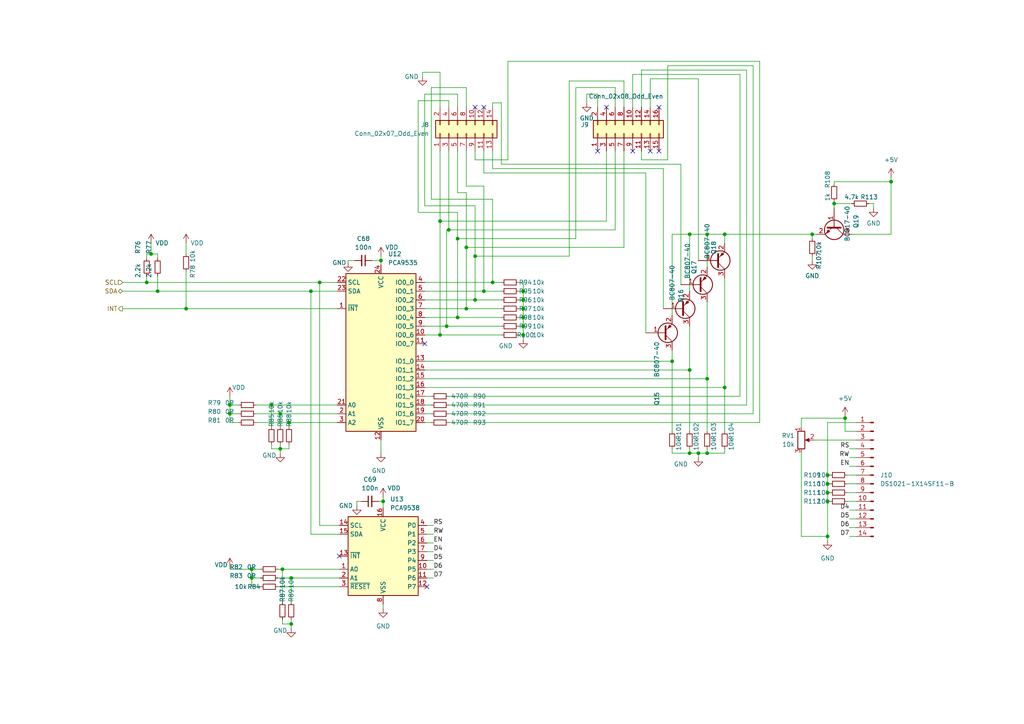
<source format=kicad_sch>
(kicad_sch (version 20231120) (generator "eeschema") (generator_version "8.0")
  (paper "A4")
  (lib_symbols
    (symbol "Connector:Conn_01x14_Male" (pin_names (offset 1.016) hide)
      (property "Reference" "J" (at 0 17.78 0))
      (property "Value" "Conn_01x14_Male" (at 0 -20.32 0))
      (symbol "Conn_01x14_Male_1_1"
        (pin passive line (at 5.08 15.24 180) (length 3.81) (name "Pin_1") (number "1"))
        (pin passive line (at 5.08 -7.62 180) (length 3.81) (name "Pin_10") (number "10"))
        (pin passive line (at 5.08 -10.16 180) (length 3.81) (name "Pin_11") (number "11"))
        (pin passive line (at 5.08 -12.7 180) (length 3.81) (name "Pin_12") (number "12"))
        (pin passive line (at 5.08 -15.24 180) (length 3.81) (name "Pin_13") (number "13"))
        (pin passive line (at 5.08 -17.78 180) (length 3.81) (name "Pin_14") (number "14"))
        (pin passive line (at 5.08 12.7 180) (length 3.81) (name "Pin_2") (number "2"))
        (pin passive line (at 5.08 10.16 180) (length 3.81) (name "Pin_3") (number "3"))
        (pin passive line (at 5.08 7.62 180) (length 3.81) (name "Pin_4") (number "4"))
        (pin passive line (at 5.08 5.08 180) (length 3.81) (name "Pin_5") (number "5"))
        (pin passive line (at 5.08 2.54 180) (length 3.81) (name "Pin_6") (number "6"))
        (pin passive line (at 5.08 0 180) (length 3.81) (name "Pin_7") (number "7"))
        (pin passive line (at 5.08 -2.54 180) (length 3.81) (name "Pin_8") (number "8"))
        (pin passive line (at 5.08 -5.08 180) (length 3.81) (name "Pin_9") (number "9"))
      )
    )
    (symbol "Connector_Generic:Conn_02x07_Odd_Even" (pin_names (offset 1.016) hide)
      (property "Reference" "J" (at 1.27 10.16 0))
      (property "Value" "Conn_02x07_Odd_Even" (at 1.27 -10.16 0))
      (symbol "Conn_02x07_Odd_Even_1_1"
        (pin passive line (at -5.08 7.62 0) (length 3.81) (name "Pin_1") (number "1"))
        (pin passive line (at 7.62 -2.54 180) (length 3.81) (name "Pin_10") (number "10"))
        (pin passive line (at -5.08 -5.08 0) (length 3.81) (name "Pin_11") (number "11"))
        (pin passive line (at 7.62 -5.08 180) (length 3.81) (name "Pin_12") (number "12"))
        (pin passive line (at -5.08 -7.62 0) (length 3.81) (name "Pin_13") (number "13"))
        (pin passive line (at 7.62 -7.62 180) (length 3.81) (name "Pin_14") (number "14"))
        (pin passive line (at 7.62 7.62 180) (length 3.81) (name "Pin_2") (number "2"))
        (pin passive line (at -5.08 5.08 0) (length 3.81) (name "Pin_3") (number "3"))
        (pin passive line (at 7.62 5.08 180) (length 3.81) (name "Pin_4") (number "4"))
        (pin passive line (at -5.08 2.54 0) (length 3.81) (name "Pin_5") (number "5"))
        (pin passive line (at 7.62 2.54 180) (length 3.81) (name "Pin_6") (number "6"))
        (pin passive line (at -5.08 0 0) (length 3.81) (name "Pin_7") (number "7"))
        (pin passive line (at 7.62 0 180) (length 3.81) (name "Pin_8") (number "8"))
        (pin passive line (at -5.08 -2.54 0) (length 3.81) (name "Pin_9") (number "9"))
      )
    )
    (symbol "Connector_Generic:Conn_02x08_Odd_Even" (pin_names (offset 1.016) hide)
      (property "Reference" "J" (at 1.27 10.16 0))
      (property "Value" "Conn_02x08_Odd_Even" (at 1.27 -12.7 0))
      (symbol "Conn_02x08_Odd_Even_1_1"
        (pin passive line (at -5.08 7.62 0) (length 3.81) (name "Pin_1") (number "1"))
        (pin passive line (at 7.62 -2.54 180) (length 3.81) (name "Pin_10") (number "10"))
        (pin passive line (at -5.08 -5.08 0) (length 3.81) (name "Pin_11") (number "11"))
        (pin passive line (at 7.62 -5.08 180) (length 3.81) (name "Pin_12") (number "12"))
        (pin passive line (at -5.08 -7.62 0) (length 3.81) (name "Pin_13") (number "13"))
        (pin passive line (at 7.62 -7.62 180) (length 3.81) (name "Pin_14") (number "14"))
        (pin passive line (at -5.08 -10.16 0) (length 3.81) (name "Pin_15") (number "15"))
        (pin passive line (at 7.62 -10.16 180) (length 3.81) (name "Pin_16") (number "16"))
        (pin passive line (at 7.62 7.62 180) (length 3.81) (name "Pin_2") (number "2"))
        (pin passive line (at -5.08 5.08 0) (length 3.81) (name "Pin_3") (number "3"))
        (pin passive line (at 7.62 5.08 180) (length 3.81) (name "Pin_4") (number "4"))
        (pin passive line (at -5.08 2.54 0) (length 3.81) (name "Pin_5") (number "5"))
        (pin passive line (at 7.62 2.54 180) (length 3.81) (name "Pin_6") (number "6"))
        (pin passive line (at -5.08 0 0) (length 3.81) (name "Pin_7") (number "7"))
        (pin passive line (at 7.62 0 180) (length 3.81) (name "Pin_8") (number "8"))
        (pin passive line (at -5.08 -2.54 0) (length 3.81) (name "Pin_9") (number "9"))
      )
    )
    (symbol "Device:C_Small" (pin_numbers hide) (pin_names (offset 0.254) hide)
      (property "Reference" "C" (at 0.254 1.778 0))
      (property "Value" "C_Small" (at 0.254 -2.032 0))
      (symbol "C_Small_1_1"
        (pin passive line (at 0 2.54 270) (length 2.032) (name "~") (number "1"))
        (pin passive line (at 0 -2.54 90) (length 2.032) (name "~") (number "2"))
      )
    )
    (symbol "Device:Q_PNP_BEC" (pin_names (offset 0) hide)
      (property "Reference" "Q" (at 5.08 1.27 0))
      (property "Value" "Q_PNP_BEC" (at 5.08 -1.27 0))
      (symbol "Q_PNP_BEC_1_1"
        (pin input line (at -5.08 0 0) (length 5.715) (name "B") (number "1"))
        (pin passive line (at 2.54 -5.08 90) (length 2.54) (name "E") (number "2"))
        (pin passive line (at 2.54 5.08 270) (length 2.54) (name "C") (number "3"))
      )
    )
    (symbol "Device:R_Potentiometer" (pin_names (offset 1.016) hide)
      (property "Reference" "RV" (at -4.445 0 90))
      (property "Value" "R_Potentiometer" (at -2.54 0 90))
      (symbol "R_Potentiometer_1_1"
        (pin passive line (at 0 3.81 270) (length 1.27) (name "1") (number "1"))
        (pin passive line (at 3.81 0 180) (length 1.27) (name "2") (number "2"))
        (pin passive line (at 0 -3.81 90) (length 1.27) (name "3") (number "3"))
      )
    )
    (symbol "Device:R_Small" (pin_numbers hide) (pin_names (offset 0.254) hide)
      (property "Reference" "R" (at 0.762 0.508 0))
      (property "Value" "R_Small" (at 0.762 -1.016 0))
      (symbol "R_Small_1_1"
        (pin passive line (at 0 2.54 270) (length 0.762) (name "~") (number "1"))
        (pin passive line (at 0 -2.54 90) (length 0.762) (name "~") (number "2"))
      )
    )
    (symbol "Transistor_BJT:BC817" (pin_names (offset 0) hide)
      (property "Reference" "Q" (at 5.08 1.905 0))
      (property "Value" "BC817" (at 5.08 0 0))
      (symbol "BC817_1_1"
        (pin input line (at -5.08 0 0) (length 5.715) (name "B") (number "1"))
        (pin passive line (at 2.54 -5.08 90) (length 2.54) (name "E") (number "2"))
        (pin passive line (at 2.54 5.08 270) (length 2.54) (name "C") (number "3"))
      )
    )
    (symbol "expander:PCA9535"
      (property "Reference" "U" (at 13.97 24.13 0))
      (property "Value" "PCA9535" (at 13.97 26.67 0))
      (symbol "PCA9535_1_1"
        (pin open_collector line (at -12.7 12.7 0) (length 2.54) (name "~{INT}") (number "1"))
        (pin bidirectional line (at 12.7 5.08 180) (length 2.54) (name "IO0_6") (number "10"))
        (pin bidirectional line (at 12.7 2.54 180) (length 2.54) (name "IO0_7") (number "11"))
        (pin power_in line (at 0 -25.4 90) (length 2.54) (name "VSS") (number "12"))
        (pin bidirectional line (at 12.7 -2.54 180) (length 2.54) (name "IO1_0") (number "13"))
        (pin bidirectional line (at 12.7 -5.08 180) (length 2.54) (name "IO1_1") (number "14"))
        (pin bidirectional line (at 12.7 -7.62 180) (length 2.54) (name "IO1_2") (number "15"))
        (pin bidirectional line (at 12.7 -10.16 180) (length 2.54) (name "IO1_3") (number "16"))
        (pin bidirectional line (at 12.7 -12.7 180) (length 2.54) (name "IO1_4") (number "17"))
        (pin bidirectional line (at 12.7 -15.24 180) (length 2.54) (name "IO1_5") (number "18"))
        (pin bidirectional line (at 12.7 -17.78 180) (length 2.54) (name "IO1_6") (number "19"))
        (pin input line (at -12.7 -17.78 0) (length 2.54) (name "A1") (number "2"))
        (pin bidirectional line (at 12.7 -20.32 180) (length 2.54) (name "IO1_7") (number "20"))
        (pin input line (at -12.7 -15.24 0) (length 2.54) (name "A0") (number "21"))
        (pin input line (at -12.7 20.32 0) (length 2.54) (name "SCL") (number "22"))
        (pin bidirectional line (at -12.7 17.78 0) (length 2.54) (name "SDA") (number "23"))
        (pin power_in line (at 0 25.4 270) (length 2.54) (name "VCC") (number "24"))
        (pin input line (at -12.7 -20.32 0) (length 2.54) (name "A2") (number "3"))
        (pin bidirectional line (at 12.7 20.32 180) (length 2.54) (name "IO0_0") (number "4"))
        (pin bidirectional line (at 12.7 17.78 180) (length 2.54) (name "IO0_1") (number "5"))
        (pin bidirectional line (at 12.7 15.24 180) (length 2.54) (name "IO0_2") (number "6"))
        (pin bidirectional line (at 12.7 12.7 180) (length 2.54) (name "IO0_3") (number "7"))
        (pin bidirectional line (at 12.7 10.16 180) (length 2.54) (name "IO0_4") (number "8"))
        (pin bidirectional line (at 12.7 7.62 180) (length 2.54) (name "IO0_5") (number "9"))
      )
    )
    (symbol "expander:PCA9538"
      (property "Reference" "U" (at 12.7 12.7 0))
      (property "Value" "PCA9538" (at 12.7 15.24 0))
      (symbol "PCA9538_1_1"
        (pin input line (at -12.7 -3.81 0) (length 2.54) (name "A0") (number "1"))
        (pin bidirectional line (at 12.7 -3.81 180) (length 2.54) (name "P5") (number "10"))
        (pin bidirectional line (at 12.7 -6.35 180) (length 2.54) (name "P6") (number "11"))
        (pin bidirectional line (at 12.7 -8.89 180) (length 2.54) (name "P7") (number "12"))
        (pin open_collector line (at -12.7 0 0) (length 2.54) (name "~{INT}") (number "13"))
        (pin input line (at -12.7 8.89 0) (length 2.54) (name "SCL") (number "14"))
        (pin bidirectional line (at -12.7 6.35 0) (length 2.54) (name "SDA") (number "15"))
        (pin power_in line (at 0 13.97 270) (length 2.54) (name "VCC") (number "16"))
        (pin input line (at -12.7 -6.35 0) (length 2.54) (name "A1") (number "2"))
        (pin input line (at -12.7 -8.89 0) (length 2.54) (name "~{RESET}") (number "3"))
        (pin bidirectional line (at 12.7 8.89 180) (length 2.54) (name "P0") (number "4"))
        (pin bidirectional line (at 12.7 6.35 180) (length 2.54) (name "P1") (number "5"))
        (pin bidirectional line (at 12.7 3.81 180) (length 2.54) (name "P2") (number "6"))
        (pin bidirectional line (at 12.7 1.27 180) (length 2.54) (name "P3") (number "7"))
        (pin power_in line (at 0 -13.97 90) (length 2.54) (name "VSS") (number "8"))
        (pin bidirectional line (at 12.7 -1.27 180) (length 2.54) (name "P4") (number "9"))
      )
    )
    (symbol "power:+5V" (power) (pin_names (offset 0))
      (property "Value" "+5V" (at 0 3.556 0))
      (symbol "+5V_1_1"
        (pin power_in line (at 0 0 90) (length 0) hide (name "+5V") (number "1"))
      )
    )
    (symbol "power:GND" (power) (pin_names (offset 0))
      (property "Value" "GND" (at 0 -3.81 0))
      (symbol "GND_1_1"
        (pin power_in line (at 0 0 270) (length 0) hide (name "GND") (number "1"))
      )
    )
    (symbol "power:VDD" (power) (pin_names (offset 0))
      (property "Value" "VDD" (at 0 3.81 0))
      (symbol "VDD_1_1"
        (pin power_in line (at 0 0 90) (length 0) hide (name "VDD") (number "1"))
      )
    )
  )
  (junction (at 202.565 131.445))
  (junction (at 240.03 137.795))
  (junction (at 111.125 145.415))
  (junction (at 210.185 112.395))
  (junction (at 127.635 64.135))
  (junction (at 73.025 167.64))
  (junction (at 151.765 84.455))
  (junction (at 81.28 130.175))
  (junction (at 200.025 131.445))
  (junction (at 240.03 142.875))
  (junction (at 135.255 89.535))
  (junction (at 132.715 92.075))
  (junction (at 200.025 107.315))
  (junction (at 240.03 140.335))
  (junction (at 110.49 75.565))
  (junction (at 205.105 67.945))
  (junction (at 127.635 97.155))
  (junction (at 151.765 94.615))
  (junction (at 240.03 155.575))
  (junction (at 81.915 165.1))
  (junction (at 210.185 67.945))
  (junction (at 66.675 120.015))
  (junction (at 129.54 94.615))
  (junction (at 83.82 122.555))
  (junction (at 142.875 81.915))
  (junction (at 90.17 84.455))
  (junction (at 151.765 92.075))
  (junction (at 151.765 97.155))
  (junction (at 241.935 59.055))
  (junction (at 130.175 66.675))
  (junction (at 140.335 84.455))
  (junction (at 235.585 67.945))
  (junction (at 200.025 67.945))
  (junction (at 194.945 104.775))
  (junction (at 151.765 89.535))
  (junction (at 92.71 81.915))
  (junction (at 132.715 69.215))
  (junction (at 73.025 165.1))
  (junction (at 42.545 81.915))
  (junction (at 205.105 131.445))
  (junction (at 53.975 89.535))
  (junction (at 84.455 180.975))
  (junction (at 240.03 145.415))
  (junction (at 78.74 117.475))
  (junction (at 84.455 167.64))
  (junction (at 45.72 84.455))
  (junction (at 137.795 86.995))
  (junction (at 205.105 109.855))
  (junction (at 81.28 120.015))
  (junction (at 151.765 86.995))
  (junction (at 137.795 74.295))
  (junction (at 258.445 52.705))
  (junction (at 43.815 73.66))
  (junction (at 66.675 117.475))
  (junction (at 245.11 121.285))
  (junction (at 135.255 71.755))
  (no_connect (at 191.135 31.115))
  (no_connect (at 140.335 31.115))
  (no_connect (at 123.825 170.18))
  (no_connect (at 183.515 43.815))
  (no_connect (at 188.595 43.815))
  (no_connect (at 191.135 43.815))
  (no_connect (at 173.355 43.815))
  (no_connect (at 123.19 99.695))
  (no_connect (at 137.795 31.115))
  (no_connect (at 98.425 161.29))
  (no_connect (at 175.895 31.115))
  (wire (pts (xy 129.54 66.675) (xy 129.54 94.615)))
  (wire (pts (xy 246.38 155.575) (xy 248.285 155.575)))
  (wire (pts (xy 84.455 180.975) (xy 84.455 182.245)))
  (wire (pts (xy 42.545 80.01) (xy 42.545 81.915)))
  (wire (pts (xy 140.335 84.455) (xy 145.415 84.455)))
  (wire (pts (xy 247.015 67.945) (xy 258.445 67.945)))
  (wire (pts (xy 122.555 22.225) (xy 122.555 20.955)))
  (wire (pts (xy 147.32 46.355) (xy 137.795 46.355)))
  (wire (pts (xy 103.505 145.415) (xy 103.505 146.685)))
  (wire (pts (xy 188.595 22.86) (xy 202.565 22.86)))
  (wire (pts (xy 35.56 81.915) (xy 42.545 81.915)))
  (wire (pts (xy 180.975 31.115) (xy 180.975 23.495)))
  (wire (pts (xy 73.025 167.64) (xy 73.025 165.1)))
  (wire (pts (xy 194.945 67.945) (xy 200.025 67.945)))
  (wire (pts (xy 150.495 81.915) (xy 151.765 81.915)))
  (wire (pts (xy 170.18 27.305) (xy 173.355 27.305)))
  (wire (pts (xy 137.795 86.995) (xy 145.415 86.995)))
  (wire (pts (xy 200.025 84.455) (xy 200.025 67.945)))
  (wire (pts (xy 235.585 67.945) (xy 236.855 67.945)))
  (wire (pts (xy 123.19 86.995) (xy 137.795 86.995)))
  (wire (pts (xy 73.025 165.1) (xy 66.675 165.1)))
  (wire (pts (xy 200.025 130.175) (xy 200.025 131.445)))
  (wire (pts (xy 122.555 20.955) (xy 127.635 20.955)))
  (wire (pts (xy 192.405 48.895) (xy 192.405 89.535)))
  (wire (pts (xy 74.295 120.015) (xy 81.28 120.015)))
  (wire (pts (xy 210.185 131.445) (xy 210.185 130.175)))
  (wire (pts (xy 135.255 71.755) (xy 135.255 89.535)))
  (wire (pts (xy 132.715 55.88) (xy 135.255 55.88)))
  (wire (pts (xy 123.19 94.615) (xy 129.54 94.615)))
  (wire (pts (xy 78.74 117.475) (xy 78.74 123.825)))
  (wire (pts (xy 194.945 91.44) (xy 194.945 67.945)))
  (wire (pts (xy 245.11 120.65) (xy 245.11 121.285)))
  (wire (pts (xy 111.125 144.145) (xy 111.125 145.415)))
  (wire (pts (xy 123.825 167.64) (xy 125.73 167.64)))
  (wire (pts (xy 145.415 29.845) (xy 145.415 47.625)))
  (wire (pts (xy 125.095 25.4) (xy 135.255 25.4)))
  (wire (pts (xy 132.715 61.595) (xy 121.285 61.595)))
  (wire (pts (xy 142.875 43.815) (xy 142.875 48.895)))
  (wire (pts (xy 150.495 94.615) (xy 151.765 94.615)))
  (wire (pts (xy 178.435 31.115) (xy 178.435 25.4)))
  (wire (pts (xy 135.255 25.4) (xy 135.255 31.115)))
  (wire (pts (xy 69.215 120.015) (xy 66.675 120.015)))
  (wire (pts (xy 194.945 130.175) (xy 194.945 131.445)))
  (wire (pts (xy 74.295 122.555) (xy 83.82 122.555)))
  (wire (pts (xy 42.545 74.93) (xy 42.545 73.66)))
  (wire (pts (xy 240.03 145.415) (xy 240.03 142.875)))
  (wire (pts (xy 142.875 31.115) (xy 142.875 29.845)))
  (wire (pts (xy 75.565 170.18) (xy 73.025 170.18)))
  (wire (pts (xy 145.415 47.625) (xy 197.485 47.625)))
  (wire (pts (xy 84.455 167.64) (xy 84.455 174.625)))
  (wire (pts (xy 151.765 92.075) (xy 151.765 94.615)))
  (wire (pts (xy 81.28 130.175) (xy 81.28 131.445)))
  (wire (pts (xy 218.44 120.015) (xy 218.44 19.05)))
  (wire (pts (xy 241.935 52.705) (xy 258.445 52.705)))
  (wire (pts (xy 78.74 130.175) (xy 81.28 130.175)))
  (wire (pts (xy 142.875 57.785) (xy 142.875 81.915)))
  (wire (pts (xy 200.025 131.445) (xy 202.565 131.445)))
  (wire (pts (xy 253.365 59.055) (xy 253.365 60.325)))
  (wire (pts (xy 83.82 130.175) (xy 81.28 130.175)))
  (wire (pts (xy 246.38 153.035) (xy 248.285 153.035)))
  (wire (pts (xy 194.945 104.775) (xy 194.945 125.095)))
  (wire (pts (xy 123.825 165.1) (xy 125.73 165.1)))
  (wire (pts (xy 202.565 131.445) (xy 205.105 131.445)))
  (wire (pts (xy 81.28 128.905) (xy 81.28 130.175)))
  (wire (pts (xy 210.185 67.945) (xy 210.185 70.485)))
  (wire (pts (xy 245.11 125.095) (xy 248.285 125.095)))
  (wire (pts (xy 123.19 81.915) (xy 142.875 81.915)))
  (wire (pts (xy 42.545 73.66) (xy 43.815 73.66)))
  (wire (pts (xy 123.19 59.69) (xy 123.19 27.305)))
  (wire (pts (xy 246.38 130.175) (xy 248.285 130.175)))
  (wire (pts (xy 188.595 31.115) (xy 188.595 22.86)))
  (wire (pts (xy 186.055 20.32) (xy 216.535 20.32)))
  (wire (pts (xy 140.335 53.975) (xy 140.335 84.455)))
  (wire (pts (xy 83.82 128.905) (xy 83.82 130.175)))
  (wire (pts (xy 232.41 131.445) (xy 232.41 155.575)))
  (wire (pts (xy 205.105 131.445) (xy 210.185 131.445)))
  (wire (pts (xy 167.005 25.4) (xy 167.005 69.215)))
  (wire (pts (xy 245.745 145.415) (xy 248.285 145.415)))
  (wire (pts (xy 123.19 107.315) (xy 200.025 107.315)))
  (wire (pts (xy 43.815 70.485) (xy 43.815 73.66)))
  (wire (pts (xy 132.715 92.075) (xy 145.415 92.075)))
  (wire (pts (xy 110.49 74.295) (xy 110.49 75.565)))
  (wire (pts (xy 246.38 150.495) (xy 248.285 150.495)))
  (wire (pts (xy 102.87 75.565) (xy 100.965 75.565)))
  (wire (pts (xy 240.03 122.555) (xy 248.285 122.555)))
  (wire (pts (xy 100.965 75.565) (xy 100.965 76.2)))
  (wire (pts (xy 123.19 117.475) (xy 125.095 117.475)))
  (wire (pts (xy 74.295 117.475) (xy 78.74 117.475)))
  (wire (pts (xy 80.645 170.18) (xy 98.425 170.18)))
  (wire (pts (xy 130.175 43.815) (xy 130.175 66.675)))
  (wire (pts (xy 245.745 137.795) (xy 248.285 137.795)))
  (wire (pts (xy 123.19 89.535) (xy 135.255 89.535)))
  (wire (pts (xy 186.055 43.815) (xy 186.055 46.355)))
  (wire (pts (xy 75.565 167.64) (xy 73.025 167.64)))
  (wire (pts (xy 194.945 131.445) (xy 200.025 131.445)))
  (wire (pts (xy 210.185 112.395) (xy 210.185 125.095)))
  (wire (pts (xy 246.38 135.255) (xy 248.285 135.255)))
  (wire (pts (xy 69.215 117.475) (xy 66.675 117.475)))
  (wire (pts (xy 84.455 179.705) (xy 84.455 180.975)))
  (wire (pts (xy 123.19 92.075) (xy 132.715 92.075)))
  (wire (pts (xy 98.425 154.94) (xy 90.17 154.94)))
  (wire (pts (xy 241.935 59.055) (xy 247.015 59.055)))
  (wire (pts (xy 240.03 156.845) (xy 240.03 155.575)))
  (wire (pts (xy 216.535 117.475) (xy 216.535 20.32)))
  (wire (pts (xy 130.175 122.555) (xy 220.345 122.555)))
  (wire (pts (xy 151.765 97.155) (xy 151.765 98.425)))
  (wire (pts (xy 90.17 154.94) (xy 90.17 84.455)))
  (wire (pts (xy 78.74 117.475) (xy 97.79 117.475)))
  (wire (pts (xy 66.675 122.555) (xy 66.675 120.015)))
  (wire (pts (xy 142.875 48.895) (xy 192.405 48.895)))
  (wire (pts (xy 220.345 122.555) (xy 220.345 17.78)))
  (wire (pts (xy 232.41 155.575) (xy 240.03 155.575)))
  (wire (pts (xy 194.945 101.6) (xy 194.945 104.775)))
  (wire (pts (xy 66.675 120.015) (xy 66.675 117.475)))
  (wire (pts (xy 137.795 74.295) (xy 137.795 86.995)))
  (wire (pts (xy 123.19 59.69) (xy 137.795 59.69)))
  (wire (pts (xy 135.255 53.975) (xy 135.255 43.815)))
  (wire (pts (xy 151.765 81.915) (xy 151.765 84.455)))
  (wire (pts (xy 135.255 55.88) (xy 135.255 71.755)))
  (wire (pts (xy 83.82 122.555) (xy 97.79 122.555)))
  (wire (pts (xy 205.105 87.63) (xy 205.105 109.855)))
  (wire (pts (xy 78.74 128.905) (xy 78.74 130.175)))
  (wire (pts (xy 127.635 64.135) (xy 127.635 97.155)))
  (wire (pts (xy 127.635 97.155) (xy 145.415 97.155)))
  (wire (pts (xy 150.495 84.455) (xy 151.765 84.455)))
  (wire (pts (xy 200.025 94.615) (xy 200.025 107.315)))
  (wire (pts (xy 132.715 27.305) (xy 132.715 31.115)))
  (wire (pts (xy 123.19 109.855) (xy 205.105 109.855)))
  (wire (pts (xy 245.745 142.875) (xy 248.285 142.875)))
  (wire (pts (xy 129.54 66.675) (xy 130.175 66.675)))
  (wire (pts (xy 80.645 165.1) (xy 81.915 165.1)))
  (wire (pts (xy 193.675 19.05) (xy 193.675 46.355)))
  (wire (pts (xy 83.82 122.555) (xy 83.82 123.825)))
  (wire (pts (xy 140.335 43.815) (xy 140.335 50.165)))
  (wire (pts (xy 151.765 86.995) (xy 151.765 89.535)))
  (wire (pts (xy 180.975 23.495) (xy 165.1 23.495)))
  (wire (pts (xy 66.675 165.1) (xy 66.675 164.465)))
  (wire (pts (xy 107.95 75.565) (xy 110.49 75.565)))
  (wire (pts (xy 246.38 132.715) (xy 248.285 132.715)))
  (wire (pts (xy 151.765 94.615) (xy 151.765 97.155)))
  (wire (pts (xy 220.345 17.78) (xy 147.32 17.78)))
  (wire (pts (xy 53.975 78.74) (xy 53.975 89.535)))
  (wire (pts (xy 81.915 179.705) (xy 81.915 180.975)))
  (wire (pts (xy 111.125 175.26) (xy 111.125 176.53)))
  (wire (pts (xy 69.215 122.555) (xy 66.675 122.555)))
  (wire (pts (xy 123.825 154.94) (xy 125.73 154.94)))
  (wire (pts (xy 123.19 120.015) (xy 125.095 120.015)))
  (wire (pts (xy 42.545 81.915) (xy 92.71 81.915)))
  (wire (pts (xy 245.11 121.285) (xy 245.11 125.095)))
  (wire (pts (xy 241.935 58.42) (xy 241.935 59.055)))
  (wire (pts (xy 150.495 86.995) (xy 151.765 86.995)))
  (wire (pts (xy 240.03 140.335) (xy 240.665 140.335)))
  (wire (pts (xy 151.765 89.535) (xy 151.765 92.075)))
  (wire (pts (xy 130.175 114.935) (xy 214.63 114.935)))
  (wire (pts (xy 236.22 127.635) (xy 248.285 127.635)))
  (wire (pts (xy 84.455 167.64) (xy 98.425 167.64)))
  (wire (pts (xy 92.71 152.4) (xy 92.71 81.915)))
  (wire (pts (xy 173.355 27.305) (xy 173.355 31.115)))
  (wire (pts (xy 43.815 73.66) (xy 45.72 73.66)))
  (wire (pts (xy 246.38 147.955) (xy 248.285 147.955)))
  (wire (pts (xy 167.005 69.215) (xy 132.715 69.215)))
  (wire (pts (xy 205.105 67.945) (xy 210.185 67.945)))
  (wire (pts (xy 165.1 23.495) (xy 165.1 74.295)))
  (wire (pts (xy 140.335 50.165) (xy 187.325 50.165)))
  (wire (pts (xy 35.56 89.535) (xy 53.975 89.535)))
  (wire (pts (xy 140.335 53.975) (xy 135.255 53.975)))
  (wire (pts (xy 81.28 120.015) (xy 81.28 123.825)))
  (wire (pts (xy 170.18 29.845) (xy 170.18 27.305)))
  (wire (pts (xy 111.125 145.415) (xy 111.125 147.32)))
  (wire (pts (xy 130.175 120.015) (xy 218.44 120.015)))
  (wire (pts (xy 218.44 19.05) (xy 193.675 19.05)))
  (wire (pts (xy 214.63 114.935) (xy 214.63 21.59)))
  (wire (pts (xy 121.285 61.595) (xy 121.285 29.21)))
  (wire (pts (xy 240.03 142.875) (xy 240.03 140.335)))
  (wire (pts (xy 81.915 165.1) (xy 98.425 165.1)))
  (wire (pts (xy 202.565 22.86) (xy 202.565 75.565)))
  (wire (pts (xy 123.825 160.02) (xy 125.73 160.02)))
  (wire (pts (xy 110.49 127.635) (xy 110.49 131.445)))
  (wire (pts (xy 240.03 137.795) (xy 240.03 122.555)))
  (wire (pts (xy 142.875 29.845) (xy 145.415 29.845)))
  (wire (pts (xy 187.325 96.52) (xy 187.325 50.165)))
  (wire (pts (xy 121.285 29.21) (xy 130.175 29.21)))
  (wire (pts (xy 45.72 80.01) (xy 45.72 84.455)))
  (wire (pts (xy 130.175 29.21) (xy 130.175 31.115)))
  (wire (pts (xy 137.795 74.295) (xy 137.795 59.69)))
  (wire (pts (xy 90.17 84.455) (xy 97.79 84.455)))
  (wire (pts (xy 45.72 73.66) (xy 45.72 74.93)))
  (wire (pts (xy 241.935 59.055) (xy 241.935 60.325)))
  (wire (pts (xy 123.825 157.48) (xy 125.73 157.48)))
  (wire (pts (xy 98.425 152.4) (xy 92.71 152.4)))
  (wire (pts (xy 123.825 152.4) (xy 125.73 152.4)))
  (wire (pts (xy 142.875 81.915) (xy 145.415 81.915)))
  (wire (pts (xy 80.645 167.64) (xy 84.455 167.64)))
  (wire (pts (xy 109.855 145.415) (xy 111.125 145.415)))
  (wire (pts (xy 180.975 71.755) (xy 135.255 71.755)))
  (wire (pts (xy 142.875 57.785) (xy 125.095 57.785)))
  (wire (pts (xy 205.105 130.175) (xy 205.105 131.445)))
  (wire (pts (xy 186.055 46.355) (xy 193.675 46.355)))
  (wire (pts (xy 123.19 97.155) (xy 127.635 97.155)))
  (wire (pts (xy 127.635 43.815) (xy 127.635 64.135)))
  (wire (pts (xy 183.515 31.115) (xy 183.515 21.59)))
  (wire (pts (xy 241.935 52.705) (xy 241.935 53.34)))
  (wire (pts (xy 240.03 155.575) (xy 240.03 145.415)))
  (wire (pts (xy 150.495 89.535) (xy 151.765 89.535)))
  (wire (pts (xy 81.28 120.015) (xy 97.79 120.015)))
  (wire (pts (xy 235.585 74.295) (xy 235.585 75.565)))
  (wire (pts (xy 81.915 180.975) (xy 84.455 180.975)))
  (wire (pts (xy 200.025 67.945) (xy 205.105 67.945)))
  (wire (pts (xy 151.765 84.455) (xy 151.765 86.995)))
  (wire (pts (xy 240.03 140.335) (xy 240.03 137.795)))
  (wire (pts (xy 183.515 21.59) (xy 214.63 21.59)))
  (wire (pts (xy 178.435 25.4) (xy 167.005 25.4)))
  (wire (pts (xy 73.025 170.18) (xy 73.025 167.64)))
  (wire (pts (xy 110.49 75.565) (xy 110.49 76.835)))
  (wire (pts (xy 200.025 107.315) (xy 200.025 125.095)))
  (wire (pts (xy 127.635 20.955) (xy 127.635 31.115)))
  (wire (pts (xy 125.095 57.785) (xy 125.095 25.4)))
  (wire (pts (xy 132.715 43.815) (xy 132.715 55.88)))
  (wire (pts (xy 197.485 47.625) (xy 197.485 82.55)))
  (wire (pts (xy 53.975 89.535) (xy 97.79 89.535)))
  (wire (pts (xy 180.975 43.815) (xy 180.975 71.755)))
  (wire (pts (xy 258.445 51.435) (xy 258.445 52.705)))
  (wire (pts (xy 150.495 92.075) (xy 151.765 92.075)))
  (wire (pts (xy 232.41 123.825) (xy 232.41 121.285)))
  (wire (pts (xy 81.915 165.1) (xy 81.915 174.625)))
  (wire (pts (xy 210.185 67.945) (xy 235.585 67.945)))
  (wire (pts (xy 123.19 122.555) (xy 125.095 122.555)))
  (wire (pts (xy 123.19 112.395) (xy 210.185 112.395)))
  (wire (pts (xy 123.825 162.56) (xy 125.73 162.56)))
  (wire (pts (xy 245.745 140.335) (xy 248.285 140.335)))
  (wire (pts (xy 252.095 59.055) (xy 253.365 59.055)))
  (wire (pts (xy 53.975 70.485) (xy 53.975 73.66)))
  (wire (pts (xy 175.895 43.815) (xy 175.895 64.135)))
  (wire (pts (xy 210.185 80.645) (xy 210.185 112.395)))
  (wire (pts (xy 123.19 84.455) (xy 140.335 84.455)))
  (wire (pts (xy 132.715 69.215) (xy 132.715 61.595)))
  (wire (pts (xy 123.19 104.775) (xy 194.945 104.775)))
  (wire (pts (xy 205.105 109.855) (xy 205.105 125.095)))
  (wire (pts (xy 92.71 81.915) (xy 97.79 81.915)))
  (wire (pts (xy 132.715 69.215) (xy 132.715 92.075)))
  (wire (pts (xy 165.1 74.295) (xy 137.795 74.295)))
  (wire (pts (xy 178.435 66.675) (xy 130.175 66.675)))
  (wire (pts (xy 123.19 27.305) (xy 132.715 27.305)))
  (wire (pts (xy 123.19 114.935) (xy 125.095 114.935)))
  (wire (pts (xy 240.03 145.415) (xy 240.665 145.415)))
  (wire (pts (xy 232.41 121.285) (xy 245.11 121.285)))
  (wire (pts (xy 175.895 64.135) (xy 127.635 64.135)))
  (wire (pts (xy 147.32 17.78) (xy 147.32 46.355)))
  (wire (pts (xy 135.255 89.535) (xy 145.415 89.535)))
  (wire (pts (xy 258.445 52.705) (xy 258.445 67.945)))
  (wire (pts (xy 130.175 117.475) (xy 216.535 117.475)))
  (wire (pts (xy 45.72 84.455) (xy 90.17 84.455)))
  (wire (pts (xy 35.56 84.455) (xy 45.72 84.455)))
  (wire (pts (xy 178.435 43.815) (xy 178.435 66.675)))
  (wire (pts (xy 75.565 165.1) (xy 73.025 165.1)))
  (wire (pts (xy 129.54 94.615) (xy 145.415 94.615)))
  (wire (pts (xy 205.105 77.47) (xy 205.105 67.945)))
  (wire (pts (xy 66.675 114.935) (xy 66.675 117.475)))
  (wire (pts (xy 240.03 137.795) (xy 240.665 137.795)))
  (wire (pts (xy 202.565 131.445) (xy 202.565 132.715)))
  (wire (pts (xy 104.775 145.415) (xy 103.505 145.415)))
  (wire (pts (xy 240.03 142.875) (xy 240.665 142.875)))
  (wire (pts (xy 186.055 31.115) (xy 186.055 20.32)))
  (wire (pts (xy 150.495 97.155) (xy 151.765 97.155)))
  (wire (pts (xy 235.585 67.945) (xy 235.585 69.215)))
  (wire (pts (xy 137.795 46.355) (xy 137.795 43.815)))
  (label "D7" (at 246.38 155.575 180))
  (label "D5" (at 125.73 162.56 0))
  (label "RW" (at 246.38 132.715 180))
  (label "D6" (at 125.73 165.1 0))
  (label "D4" (at 125.73 160.02 0))
  (label "RS" (at 246.38 130.175 180))
  (label "D5" (at 246.38 150.495 180))
  (label "D6" (at 246.38 153.035 180))
  (label "RW" (at 125.73 154.94 0))
  (label "D7" (at 125.73 167.64 0))
  (label "D4" (at 246.38 147.955 180))
  (label "RS" (at 125.73 152.4 0))
  (label "EN" (at 125.73 157.48 0))
  (label "EN" (at 246.38 135.255 180))
  (hierarchical_label "SDA" (shape bidirectional) (at 35.56 84.455 180))
  (hierarchical_label "INT" (shape output) (at 35.56 89.535 180))
  (hierarchical_label "SCL" (shape input) (at 35.56 81.915 180))
  (symbol (lib_id "Device:R_Small") (at 205.105 127.635 180) (unit 1)
    (property "Reference" "R103" (at 207.01 125.095 90))
    (property "Value" "10k" (at 207.01 128.905 90))
    (property "Footprint" "Resistor_SMD:R_0603_1608Metric_Pad0.98x0.95mm_HandSolder" (effects (hide yes)))
    (property "Link" "https://ozdisan.com/passive-components/resistors/smt-smd-and-chip-resistors/0603SAF1002T5E" (effects (hide yes)))
    (property "Price" "0.00221" (effects (hide yes)))
  )
  (symbol (lib_id "Device:R_Small") (at 78.105 167.64 270) (unit 1)
    (property "Reference" "R83" (at 70.485 167.005 90) (effects (justify right)))
    (property "Value" "0R" (at 74.295 167.005 90) (effects (justify right)))
    (property "Footprint" "Resistor_SMD:R_0603_1608Metric_Pad0.98x0.95mm_HandSolder" (effects (hide yes)))
    (property "Link" "https://ozdisan.com/passive-components/resistors/smt-smd-and-chip-resistors/0603SAJ0000TDE" (effects (hide yes)))
    (property "Price" "0.00221" (effects (hide yes)))
  )
  (symbol (lib_id "Device:R_Small") (at 243.205 140.335 270) (unit 1)
    (property "Reference" "R110" (at 235.585 140.335 90))
    (property "Value" "10k" (at 238.76 140.335 90))
    (property "Footprint" "Resistor_SMD:R_0603_1608Metric_Pad0.98x0.95mm_HandSolder" (effects (hide yes)))
    (property "Link" "https://ozdisan.com/passive-components/resistors/smt-smd-and-chip-resistors/0603SAF1002T5E" (effects (hide yes)))
    (property "Price" "0.00221" (effects (hide yes)))
  )
  (symbol (lib_id "Device:R_Small") (at 194.945 127.635 180) (unit 1)
    (property "Reference" "R101" (at 196.85 125.095 90))
    (property "Value" "10k" (at 196.85 128.905 90))
    (property "Footprint" "Resistor_SMD:R_0603_1608Metric_Pad0.98x0.95mm_HandSolder" (effects (hide yes)))
    (property "Link" "https://ozdisan.com/passive-components/resistors/smt-smd-and-chip-resistors/0603SAF1002T5E" (effects (hide yes)))
    (property "Price" "0.00221" (effects (hide yes)))
  )
  (symbol (lib_id "Device:R_Small") (at 235.585 71.755 0) (unit 1)
    (property "Reference" "R107" (at 237.49 75.565 90))
    (property "Value" "10k" (at 237.49 71.755 90))
    (property "Footprint" "Resistor_SMD:R_0603_1608Metric_Pad0.98x0.95mm_HandSolder" (effects (hide yes)))
    (property "Link" "https://ozdisan.com/passive-components/resistors/smt-smd-and-chip-resistors/0603SAF1002T5E" (effects (hide yes)))
    (property "Price" "0.00221" (effects (hide yes)))
  )
  (symbol (lib_id "power:+5V") (at 245.11 120.65 0) (unit 1)
    (property "Reference" "#PWR0107" (effects (hide yes)))
    (property "Value" "+5V" (at 245.11 115.57 0))
  )
  (symbol (lib_id "power:VDD") (at 53.975 70.485 0) (unit 1)
    (property "Reference" "#PWR089" (effects (hide yes)))
    (property "Value" "VDD" (at 57.15 70.485 0))
  )
  (symbol (lib_id "Device:R_Small") (at 147.955 81.915 270) (unit 1)
    (property "Reference" "R94" (at 152.4 81.915 90))
    (property "Value" "10k" (at 156.21 81.915 90))
    (property "Footprint" "Resistor_SMD:R_0603_1608Metric_Pad0.98x0.95mm_HandSolder" (effects (hide yes)))
    (property "Link" "https://ozdisan.com/passive-components/resistors/smt-smd-and-chip-resistors/0603SAF1002T5E" (effects (hide yes)))
    (property "Price" "0.00221" (effects (hide yes)))
  )
  (symbol (lib_id "Device:R_Small") (at 147.955 97.155 270) (unit 1)
    (property "Reference" "R100" (at 152.4 97.155 90))
    (property "Value" "10k" (at 156.21 97.155 90))
    (property "Footprint" "Resistor_SMD:R_0603_1608Metric_Pad0.98x0.95mm_HandSolder" (effects (hide yes)))
    (property "Link" "https://ozdisan.com/passive-components/resistors/smt-smd-and-chip-resistors/0603SAF1002T5E" (effects (hide yes)))
    (property "Price" "0.00221" (effects (hide yes)))
  )
  (symbol (lib_id "Device:C_Small") (at 107.315 145.415 90) (unit 1)
    (property "Reference" "C69" (at 107.3213 139.065 90))
    (property "Value" "100n" (at 107.3213 141.605 90))
    (property "Footprint" "Capacitor_SMD:C_0603_1608Metric_Pad1.08x0.95mm_HandSolder" (effects (hide yes)))
    (property "Link" "https://ozdisan.com/passive-components/capacitors/smt-smd-and-mlcc-capacitors/CL10B104KB8NNNC" (effects (hide yes)))
    (property "Price" "0.00448" (effects (hide yes)))
  )
  (symbol (lib_id "power:VDD") (at 110.49 74.295 0) (unit 1)
    (property "Reference" "#PWR096" (effects (hide yes)))
    (property "Value" "VDD" (at 115.57 71.755 0) (effects (justify right)))
  )
  (symbol (lib_id "Device:R_Small") (at 84.455 177.165 0) (unit 1)
    (property "Reference" "R89" (at 84.455 172.72 90))
    (property "Value" "10k" (at 84.455 168.91 90))
    (property "Footprint" "Resistor_SMD:R_0603_1608Metric_Pad0.98x0.95mm_HandSolder" (effects (hide yes)))
    (property "Link" "https://ozdisan.com/passive-components/resistors/smt-smd-and-chip-resistors/0603SAF1002T5E" (effects (hide yes)))
    (property "Price" "0.00221" (effects (hide yes)))
  )
  (symbol (lib_id "power:GND") (at 240.03 156.845 0) (unit 1)
    (property "Reference" "#PWR0106" (effects (hide yes)))
    (property "Value" "GND" (at 240.03 161.925 0))
  )
  (symbol (lib_id "expander:PCA9535") (at 110.49 102.235 0) (unit 1)
    (property "Reference" "U12" (at 112.5094 73.66 0) (effects (justify left)))
    (property "Value" "PCA9535" (at 112.5094 76.2 0) (effects (justify left)))
    (property "Footprint" "Package_SO:QSOP-24_3.9x8.7mm_P0.635mm" (effects (hide yes)))
    (property "Link" "https://ozdisan.com/integrated-circuits-ics/interfaces-and-peripherals-ics/io-expanders/PCA9535DBQR" (effects (hide yes)))
    (property "Price" "1.99925" (effects (hide yes)))
  )
  (symbol (lib_id "Device:R_Small") (at 210.185 127.635 180) (unit 1)
    (property "Reference" "R104" (at 212.09 125.095 90))
    (property "Value" "10k" (at 212.09 128.905 90))
    (property "Footprint" "Resistor_SMD:R_0603_1608Metric_Pad0.98x0.95mm_HandSolder" (effects (hide yes)))
    (property "Link" "https://ozdisan.com/passive-components/resistors/smt-smd-and-chip-resistors/0603SAF1002T5E" (effects (hide yes)))
    (property "Price" "0.00221" (effects (hide yes)))
  )
  (symbol (lib_id "Device:Q_PNP_BEC") (at 197.485 89.535 0) (mirror x) (unit 1)
    (property "Reference" "Q16" (at 197.485 83.82 90) (effects (justify left)))
    (property "Value" "BC807-40" (at 194.945 76.835 90) (effects (justify left)))
    (property "Footprint" "Package_TO_SOT_SMD:SOT-23" (effects (hide yes)))
    (property "Link" "https://ozdisan.com/power-semiconductors/transistors/discrete-transistors/BC807-40215" (effects (hide yes)))
    (property "Price" "0.02281" (effects (hide yes)))
  )
  (symbol (lib_id "power:VDD") (at 43.815 70.485 0) (unit 1)
    (property "Reference" "#PWR088" (effects (hide yes)))
    (property "Value" "VDD" (at 46.99 70.485 0))
  )
  (symbol (lib_id "Device:R_Small") (at 147.955 84.455 270) (unit 1)
    (property "Reference" "R95" (at 152.4 84.455 90))
    (property "Value" "10k" (at 156.21 84.455 90))
    (property "Footprint" "Resistor_SMD:R_0603_1608Metric_Pad0.98x0.95mm_HandSolder" (effects (hide yes)))
    (property "Link" "https://ozdisan.com/passive-components/resistors/smt-smd-and-chip-resistors/0603SAF1002T5E" (effects (hide yes)))
    (property "Price" "0.00221" (effects (hide yes)))
  )
  (symbol (lib_id "Device:C_Small") (at 105.41 75.565 270) (unit 1)
    (property "Reference" "C68" (at 105.4036 69.215 90))
    (property "Value" "100n" (at 105.4036 71.755 90))
    (property "Footprint" "Capacitor_SMD:C_0603_1608Metric_Pad1.08x0.95mm_HandSolder" (effects (hide yes)))
    (property "Link" "https://ozdisan.com/passive-components/capacitors/smt-smd-and-mlcc-capacitors/CL10B104KB8NNNC" (effects (hide yes)))
    (property "Price" "0.00448" (effects (hide yes)))
  )
  (symbol (lib_id "Connector:Conn_01x14_Male") (at 253.365 137.795 0) (mirror y) (unit 1)
    (property "Reference" "J10" (at 255.27 137.7949 0) (effects (justify right)))
    (property "Value" "DS1021-1X14SF11-B" (at 255.27 140.3349 0) (effects (justify right)))
    (property "Footprint" "Connector_PinHeader_2.54mm:PinHeader_1x14_P2.54mm_Vertical" (effects (hide yes)))
    (property "Link" "https://ozdisan.com/connectors-and-interconnects/headers/pin-headers/DS1021-1X14SF11-B" (effects (hide yes)))
    (property "Price" "0.09638" (effects (hide yes)))
  )
  (symbol (lib_id "Device:R_Small") (at 83.82 126.365 0) (unit 1)
    (property "Reference" "R88" (at 83.82 121.92 90))
    (property "Value" "10k" (at 83.82 118.11 90))
    (property "Footprint" "Resistor_SMD:R_0603_1608Metric_Pad0.98x0.95mm_HandSolder" (effects (hide yes)))
    (property "Link" "https://ozdisan.com/passive-components/resistors/smt-smd-and-chip-resistors/0603SAF1002T5E" (effects (hide yes)))
    (property "Price" "0.00221" (effects (hide yes)))
  )
  (symbol (lib_id "Device:R_Small") (at 78.105 170.18 90) (unit 1)
    (property "Reference" "R84" (at 73.66 170.18 90))
    (property "Value" "10k" (at 69.85 170.18 90))
    (property "Footprint" "Resistor_SMD:R_0603_1608Metric_Pad0.98x0.95mm_HandSolder" (effects (hide yes)))
    (property "Link" "https://ozdisan.com/passive-components/resistors/smt-smd-and-chip-resistors/0603SAF1002T5E" (effects (hide yes)))
    (property "Price" "0.00221" (effects (hide yes)))
  )
  (symbol (lib_id "power:+5V") (at 258.445 51.435 0) (unit 1)
    (property "Reference" "#PWR0109" (effects (hide yes)))
    (property "Value" "+5V" (at 258.445 46.355 0))
  )
  (symbol (lib_id "Device:R_Small") (at 127.635 114.935 90) (unit 1)
    (property "Reference" "R90" (at 139.065 114.935 90))
    (property "Value" "470R" (at 133.35 114.935 90))
    (property "Footprint" "Resistor_SMD:R_0603_1608Metric_Pad0.98x0.95mm_HandSolder" (effects (hide yes)))
    (property "Link" "https://ozdisan.com/passive-components/resistors/smt-smd-and-chip-resistors/0603SAF4700T5E" (effects (hide yes)))
    (property "Price" "0.00221" (effects (hide yes)))
  )
  (symbol (lib_id "Transistor_BJT:BC817") (at 241.935 65.405 270) (unit 1)
    (property "Reference" "Q19" (at 248.285 62.23 0) (effects (justify left)))
    (property "Value" "BC817-40" (at 245.745 59.69 0) (effects (justify left)))
    (property "Footprint" "Package_TO_SOT_SMD:SOT-23" (effects (hide yes)))
    (property "Datasheet" "https://www.onsemi.com/pub/Collateral/BC818-D.pdf" (effects (hide yes)))
    (property "Link" "https://ozdisan.com/power-semiconductors/transistors/discrete-transistors/BC817-40215" (effects (hide yes)))
    (property "Price" "0.02586" (effects (hide yes)))
  )
  (symbol (lib_id "Device:R_Small") (at 200.025 127.635 180) (unit 1)
    (property "Reference" "R102" (at 201.93 125.095 90))
    (property "Value" "10k" (at 201.93 128.905 90))
    (property "Footprint" "Resistor_SMD:R_0603_1608Metric_Pad0.98x0.95mm_HandSolder" (effects (hide yes)))
    (property "Link" "https://ozdisan.com/passive-components/resistors/smt-smd-and-chip-resistors/0603SAF1002T5E" (effects (hide yes)))
    (property "Price" "0.00221" (effects (hide yes)))
  )
  (symbol (lib_id "Device:R_Small") (at 71.755 117.475 270) (unit 1)
    (property "Reference" "R79" (at 64.135 116.84 90) (effects (justify right)))
    (property "Value" "0R" (at 67.945 116.84 90) (effects (justify right)))
    (property "Footprint" "Resistor_SMD:R_0603_1608Metric_Pad0.98x0.95mm_HandSolder" (effects (hide yes)))
    (property "Link" "https://ozdisan.com/passive-components/resistors/smt-smd-and-chip-resistors/0603SAJ0000TDE" (effects (hide yes)))
    (property "Price" "0.00221" (effects (hide yes)))
  )
  (symbol (lib_id "Device:R_Small") (at 147.955 86.995 270) (unit 1)
    (property "Reference" "R96" (at 152.4 86.995 90))
    (property "Value" "10k" (at 156.21 86.995 90))
    (property "Footprint" "Resistor_SMD:R_0603_1608Metric_Pad0.98x0.95mm_HandSolder" (effects (hide yes)))
    (property "Link" "https://ozdisan.com/passive-components/resistors/smt-smd-and-chip-resistors/0603SAF1002T5E" (effects (hide yes)))
    (property "Price" "0.00221" (effects (hide yes)))
  )
  (symbol (lib_id "Device:R_Small") (at 249.555 59.055 90) (unit 1)
    (property "Reference" "R113" (at 252.095 57.15 90))
    (property "Value" "4.7k" (at 247.015 57.15 90))
    (property "Footprint" "Resistor_SMD:R_0603_1608Metric_Pad0.98x0.95mm_HandSolder" (effects (hide yes)))
    (property "Link" "https://ozdisan.com/passive-components/resistors/smt-smd-and-chip-resistors/0603SAJ0472T5E" (effects (hide yes)))
    (property "Price" "0.00169" (effects (hide yes)))
  )
  (symbol (lib_id "power:GND") (at 111.125 176.53 0) (unit 1)
    (property "Reference" "#PWR099" (effects (hide yes)))
    (property "Value" "GND" (at 111.125 181.61 0))
  )
  (symbol (lib_id "power:VDD") (at 111.125 144.145 0) (unit 1)
    (property "Reference" "#PWR098" (effects (hide yes)))
    (property "Value" "VDD" (at 116.205 141.605 0) (effects (justify right)))
  )
  (symbol (lib_id "power:GND") (at 202.565 132.715 0) (unit 1)
    (property "Reference" "#PWR0103" (effects (hide yes)))
    (property "Value" "GND" (at 197.485 134.62 0))
  )
  (symbol (lib_id "Device:R_Potentiometer") (at 232.41 127.635 0) (unit 1)
    (property "Reference" "RV1" (at 230.505 126.3649 0) (effects (justify right)))
    (property "Value" "10k" (at 230.505 128.9049 0) (effects (justify right)))
    (property "Footprint" "Potentiometer_SMD:Potentiometer_Bourns_3314G_Vertical" (effects (hide yes)))
    (property "Link" "https://ozdisan.com/electromechanical-components/potentiometers-and-variable-resistors/trimmer-potentiometers/3313J-1-103E" (effects (hide yes)))
    (property "Price" "0.58363" (effects (hide yes)))
  )
  (symbol (lib_id "Device:R_Small") (at 243.205 142.875 270) (unit 1)
    (property "Reference" "R111" (at 235.585 142.875 90))
    (property "Value" "10k" (at 238.76 142.875 90))
    (property "Footprint" "Resistor_SMD:R_0603_1608Metric_Pad0.98x0.95mm_HandSolder" (effects (hide yes)))
    (property "Link" "https://ozdisan.com/passive-components/resistors/smt-smd-and-chip-resistors/0603SAF1002T5E" (effects (hide yes)))
    (property "Price" "0.00221" (effects (hide yes)))
  )
  (symbol (lib_id "Device:R_Small") (at 241.935 55.88 0) (unit 1)
    (property "Reference" "R108" (at 240.03 54.61 90) (effects (justify left)))
    (property "Value" "1k" (at 240.03 58.42 90) (effects (justify left)))
    (property "Footprint" "Resistor_SMD:R_0603_1608Metric_Pad0.98x0.95mm_HandSolder" (effects (hide yes)))
    (property "Link" "https://ozdisan.com/passive-components/resistors/smt-smd-and-chip-resistors/0603SAF1001T5E" (effects (hide yes)))
    (property "Price" "0.00221" (effects (hide yes)))
  )
  (symbol (lib_id "Device:R_Small") (at 147.955 89.535 270) (unit 1)
    (property "Reference" "R97" (at 152.4 89.535 90))
    (property "Value" "10k" (at 156.21 89.535 90))
    (property "Footprint" "Resistor_SMD:R_0603_1608Metric_Pad0.98x0.95mm_HandSolder" (effects (hide yes)))
    (property "Link" "https://ozdisan.com/passive-components/resistors/smt-smd-and-chip-resistors/0603SAF1002T5E" (effects (hide yes)))
    (property "Price" "0.00221" (effects (hide yes)))
  )
  (symbol (lib_id "Device:R_Small") (at 127.635 120.015 90) (unit 1)
    (property "Reference" "R92" (at 139.065 120.015 90))
    (property "Value" "470R" (at 133.35 120.015 90))
    (property "Footprint" "Resistor_SMD:R_0603_1608Metric_Pad0.98x0.95mm_HandSolder" (effects (hide yes)))
    (property "Link" "https://ozdisan.com/passive-components/resistors/smt-smd-and-chip-resistors/0603SAF4700T5E" (effects (hide yes)))
    (property "Price" "0.00221" (effects (hide yes)))
  )
  (symbol (lib_id "Device:Q_PNP_BEC") (at 192.405 96.52 0) (mirror x) (unit 1)
    (property "Reference" "Q15" (at 190.5 113.665 90) (effects (justify left)))
    (property "Value" "BC807-40" (at 190.5 99.06 90) (effects (justify left)))
    (property "Footprint" "Package_TO_SOT_SMD:SOT-23" (effects (hide yes)))
    (property "Link" "https://ozdisan.com/power-semiconductors/transistors/discrete-transistors/BC807-40215" (effects (hide yes)))
    (property "Price" "0.02281" (effects (hide yes)))
  )
  (symbol (lib_id "Device:R_Small") (at 78.105 165.1 270) (unit 1)
    (property "Reference" "R82" (at 70.485 164.465 90) (effects (justify right)))
    (property "Value" "0R" (at 74.295 164.465 90) (effects (justify right)))
    (property "Footprint" "Resistor_SMD:R_0603_1608Metric_Pad0.98x0.95mm_HandSolder" (effects (hide yes)))
    (property "Link" "https://ozdisan.com/passive-components/resistors/smt-smd-and-chip-resistors/0603SAJ0000TDE" (effects (hide yes)))
    (property "Price" "0.00221" (effects (hide yes)))
  )
  (symbol (lib_id "Device:Q_PNP_BEC") (at 207.645 75.565 0) (mirror x) (unit 1)
    (property "Reference" "Q18" (at 207.01 69.85 90) (effects (justify left)))
    (property "Value" "BC807-40" (at 205.105 64.77 90) (effects (justify left)))
    (property "Footprint" "Package_TO_SOT_SMD:SOT-23" (effects (hide yes)))
    (property "Link" "https://ozdisan.com/power-semiconductors/transistors/discrete-transistors/BC807-40215" (effects (hide yes)))
    (property "Price" "0.02281" (effects (hide yes)))
  )
  (symbol (lib_id "Device:Q_PNP_BEC") (at 202.565 82.55 0) (mirror x) (unit 1)
    (property "Reference" "Q17" (at 201.295 75.565 90) (effects (justify left)))
    (property "Value" "BC807-40" (at 199.39 70.485 90) (effects (justify left)))
    (property "Footprint" "Package_TO_SOT_SMD:SOT-23" (effects (hide yes)))
    (property "Link" "https://ozdisan.com/power-semiconductors/transistors/discrete-transistors/BC807-40215" (effects (hide yes)))
    (property "Price" "0.02281" (effects (hide yes)))
  )
  (symbol (lib_id "power:GND") (at 110.49 131.445 0) (unit 1)
    (property "Reference" "#PWR097" (effects (hide yes)))
    (property "Value" "GND" (at 109.855 136.525 0))
  )
  (symbol (lib_id "power:VDD") (at 66.675 164.465 0) (unit 1)
    (property "Reference" "#PWR091" (effects (hide yes)))
    (property "Value" "VDD" (at 64.135 163.83 0))
  )
  (symbol (lib_id "Device:R_Small") (at 53.975 76.2 0) (unit 1)
    (property "Reference" "R78" (at 55.88 78.74 90))
    (property "Value" "10k" (at 55.88 74.295 90))
    (property "Footprint" "Resistor_SMD:R_0603_1608Metric_Pad0.98x0.95mm_HandSolder" (effects (hide yes)))
    (property "Link" "https://ozdisan.com/passive-components/resistors/smt-smd-and-chip-resistors/0603SAF1002T5E" (effects (hide yes)))
    (property "Price" "0.00221" (effects (hide yes)))
  )
  (symbol (lib_id "power:GND") (at 122.555 22.225 0) (unit 1)
    (property "Reference" "#PWR0100" (effects (hide yes)))
    (property "Value" "GND" (at 119.38 22.225 0))
  )
  (symbol (lib_id "power:GND") (at 235.585 75.565 0) (unit 1)
    (property "Reference" "#PWR0105" (effects (hide yes)))
    (property "Value" "GND" (at 235.585 80.01 0))
  )
  (symbol (lib_id "Connector_Generic:Conn_02x08_Odd_Even") (at 180.975 38.735 90) (unit 1)
    (property "Reference" "J9" (at 170.815 36.1949 90) (effects (justify left)))
    (property "Value" "Conn_02x08_Odd_Even" (at 192.405 27.94 90) (effects (justify left)))
    (property "Footprint" "Connector_IDC:IDC-Header_2x08_P2.54mm_Vertical" (effects (hide yes)))
    (property "Link" "https://ozdisan.com/connectors-and-interconnects/headers/box-headers/DS1013-16SSIB1" (effects (hide yes)))
    (property "Price" "0.09492" (effects (hide yes)))
  )
  (symbol (lib_id "power:GND") (at 253.365 60.325 0) (unit 1)
    (property "Reference" "#PWR0108" (effects (hide yes)))
    (property "Value" "GND" (at 253.365 64.77 0))
  )
  (symbol (lib_id "Device:R_Small") (at 45.72 77.47 180) (unit 1)
    (property "Reference" "R77" (at 43.18 73.66 90) (effects (justify right)))
    (property "Value" "2.2k" (at 43.18 80.645 90) (effects (justify right)))
    (property "Footprint" "Resistor_SMD:R_0603_1608Metric_Pad0.98x0.95mm_HandSolder" (effects (hide yes)))
    (property "Link" "https://ozdisan.com/passive-components/resistors/smt-smd-and-chip-resistors/0603SAF2201T5E" (effects (hide yes)))
    (property "Price" "0.00221" (effects (hide yes)))
  )
  (symbol (lib_id "expander:PCA9538") (at 111.125 161.29 0) (unit 1)
    (property "Reference" "U13" (at 113.1444 144.78 0) (effects (justify left)))
    (property "Value" "PCA9538" (at 113.1444 147.32 0) (effects (justify left)))
    (property "Footprint" "Package_SO:TSSOP-16_4.4x5mm_P0.65mm" (effects (hide yes)))
    (property "Link" "https://ozdisan.com/integrated-circuits-ics/interfaces-and-peripherals-ics/io-expanders/PCA9538PWR" (effects (hide yes)))
    (property "Price" "1.83073" (effects (hide yes)))
  )
  (symbol (lib_id "Device:R_Small") (at 81.915 177.165 0) (unit 1)
    (property "Reference" "R87" (at 81.915 172.72 90))
    (property "Value" "10k" (at 81.915 168.91 90))
    (property "Footprint" "Resistor_SMD:R_0603_1608Metric_Pad0.98x0.95mm_HandSolder" (effects (hide yes)))
    (property "Link" "https://ozdisan.com/passive-components/resistors/smt-smd-and-chip-resistors/0603SAF1002T5E" (effects (hide yes)))
    (property "Price" "0.00221" (effects (hide yes)))
  )
  (symbol (lib_id "Connector_Generic:Conn_02x07_Odd_Even") (at 135.255 38.735 90) (unit 1)
    (property "Reference" "J8" (at 124.46 36.1949 90) (effects (justify left)))
    (property "Value" "Conn_02x07_Odd_Even" (at 124.46 38.7349 90) (effects (justify left)))
    (property "Footprint" "Connector_IDC:IDC-Header_2x07_P2.54mm_Vertical" (effects (hide yes)))
    (property "Link" "https://ozdisan.com/connectors-and-interconnects/headers/box-headers/5BH1SDD88-14G05AL-00" (effects (hide yes)))
    (property "Price" "0.14237" (effects (hide yes)))
  )
  (symbol (lib_id "power:GND") (at 84.455 182.245 0) (unit 1)
    (property "Reference" "#PWR093" (effects (hide yes)))
    (property "Value" "GND" (at 81.28 182.88 0))
  )
  (symbol (lib_id "Device:R_Small") (at 147.955 92.075 270) (unit 1)
    (property "Reference" "R98" (at 152.4 92.075 90))
    (property "Value" "10k" (at 156.21 92.075 90))
    (property "Footprint" "Resistor_SMD:R_0603_1608Metric_Pad0.98x0.95mm_HandSolder" (effects (hide yes)))
    (property "Link" "https://ozdisan.com/passive-components/resistors/smt-smd-and-chip-resistors/0603SAF1002T5E" (effects (hide yes)))
    (property "Price" "0.00221" (effects (hide yes)))
  )
  (symbol (lib_id "Device:R_Small") (at 127.635 122.555 90) (unit 1)
    (property "Reference" "R93" (at 139.065 122.555 90))
    (property "Value" "470R" (at 133.35 122.555 90))
    (property "Footprint" "Resistor_SMD:R_0603_1608Metric_Pad0.98x0.95mm_HandSolder" (effects (hide yes)))
    (property "Link" "https://ozdisan.com/passive-components/resistors/smt-smd-and-chip-resistors/0603SAF4700T5E" (effects (hide yes)))
    (property "Price" "0.00221" (effects (hide yes)))
  )
  (symbol (lib_id "Device:R_Small") (at 71.755 120.015 270) (unit 1)
    (property "Reference" "R80" (at 64.135 119.38 90) (effects (justify right)))
    (property "Value" "0R" (at 67.945 119.38 90) (effects (justify right)))
    (property "Footprint" "Resistor_SMD:R_0603_1608Metric_Pad0.98x0.95mm_HandSolder" (effects (hide yes)))
    (property "Link" "https://ozdisan.com/passive-components/resistors/smt-smd-and-chip-resistors/0603SAJ0000TDE" (effects (hide yes)))
    (property "Price" "0.00221" (effects (hide yes)))
  )
  (symbol (lib_id "Device:R_Small") (at 147.955 94.615 270) (unit 1)
    (property "Reference" "R99" (at 152.4 94.615 90))
    (property "Value" "10k" (at 156.21 94.615 90))
    (property "Footprint" "Resistor_SMD:R_0603_1608Metric_Pad0.98x0.95mm_HandSolder" (effects (hide yes)))
    (property "Link" "https://ozdisan.com/passive-components/resistors/smt-smd-and-chip-resistors/0603SAF1002T5E" (effects (hide yes)))
    (property "Price" "0.00221" (effects (hide yes)))
  )
  (symbol (lib_id "Device:R_Small") (at 71.755 122.555 270) (unit 1)
    (property "Reference" "R81" (at 64.135 121.92 90) (effects (justify right)))
    (property "Value" "0R" (at 67.945 121.92 90) (effects (justify right)))
    (property "Footprint" "Resistor_SMD:R_0603_1608Metric_Pad0.98x0.95mm_HandSolder" (effects (hide yes)))
    (property "Link" "https://ozdisan.com/passive-components/resistors/smt-smd-and-chip-resistors/0603SAJ0000TDE" (effects (hide yes)))
    (property "Price" "0.00221" (effects (hide yes)))
  )
  (symbol (lib_id "Device:R_Small") (at 78.74 126.365 0) (unit 1)
    (property "Reference" "R85" (at 78.74 121.92 90))
    (property "Value" "10k" (at 78.74 118.11 90))
    (property "Footprint" "Resistor_SMD:R_0603_1608Metric_Pad0.98x0.95mm_HandSolder" (effects (hide yes)))
    (property "Link" "https://ozdisan.com/passive-components/resistors/smt-smd-and-chip-resistors/0603SAF1002T5E" (effects (hide yes)))
    (property "Price" "0.00221" (effects (hide yes)))
  )
  (symbol (lib_id "Device:R_Small") (at 127.635 117.475 90) (unit 1)
    (property "Reference" "R91" (at 139.065 117.475 90))
    (property "Value" "470R" (at 133.35 117.475 90))
    (property "Footprint" "Resistor_SMD:R_0603_1608Metric_Pad0.98x0.95mm_HandSolder" (effects (hide yes)))
    (property "Link" "https://ozdisan.com/passive-components/resistors/smt-smd-and-chip-resistors/0603SAF4700T5E" (effects (hide yes)))
    (property "Price" "0.00221" (effects (hide yes)))
  )
  (symbol (lib_id "power:VDD") (at 66.675 114.935 0) (unit 1)
    (property "Reference" "#PWR090" (effects (hide yes)))
    (property "Value" "VDD" (at 69.215 112.395 0))
  )
  (symbol (lib_id "power:GND") (at 151.765 98.425 0) (unit 1)
    (property "Reference" "#PWR0101" (effects (hide yes)))
    (property "Value" "GND" (at 146.685 100.33 0))
  )
  (symbol (lib_id "power:GND") (at 81.28 131.445 0) (unit 1)
    (property "Reference" "#PWR092" (effects (hide yes)))
    (property "Value" "GND" (at 78.105 132.08 0))
  )
  (symbol (lib_id "Device:R_Small") (at 42.545 77.47 180) (unit 1)
    (property "Reference" "R76" (at 40.005 73.66 90) (effects (justify right)))
    (property "Value" "2.2k" (at 40.005 80.645 90) (effects (justify right)))
    (property "Footprint" "Resistor_SMD:R_0603_1608Metric_Pad0.98x0.95mm_HandSolder" (effects (hide yes)))
    (property "Link" "https://ozdisan.com/passive-components/resistors/smt-smd-and-chip-resistors/0603SAF2201T5E" (effects (hide yes)))
    (property "Price" "0.00221" (effects (hide yes)))
  )
  (symbol (lib_id "Device:R_Small") (at 243.205 137.795 270) (unit 1)
    (property "Reference" "R109" (at 235.585 137.795 90))
    (property "Value" "10k" (at 238.76 137.795 90))
    (property "Footprint" "Resistor_SMD:R_0603_1608Metric_Pad0.98x0.95mm_HandSolder" (effects (hide yes)))
    (property "Link" "https://ozdisan.com/passive-components/resistors/smt-smd-and-chip-resistors/0603SAF1002T5E" (effects (hide yes)))
    (property "Price" "0.00221" (effects (hide yes)))
  )
  (symbol (lib_id "power:GND") (at 170.18 29.845 0) (unit 1)
    (property "Reference" "#PWR0102" (effects (hide yes)))
    (property "Value" "GND" (at 170.18 34.29 0))
  )
  (symbol (lib_id "Device:R_Small") (at 81.28 126.365 0) (unit 1)
    (property "Reference" "R86" (at 81.28 121.92 90))
    (property "Value" "10k" (at 81.28 118.11 90))
    (property "Footprint" "Resistor_SMD:R_0603_1608Metric_Pad0.98x0.95mm_HandSolder" (effects (hide yes)))
    (property "Link" "https://ozdisan.com/passive-components/resistors/smt-smd-and-chip-resistors/0603SAF1002T5E" (effects (hide yes)))
    (property "Price" "0.00221" (effects (hide yes)))
  )
  (symbol (lib_id "Device:R_Small") (at 243.205 145.415 270) (unit 1)
    (property "Reference" "R112" (at 235.585 145.415 90))
    (property "Value" "10k" (at 238.76 145.415 90))
    (property "Footprint" "Resistor_SMD:R_0603_1608Metric_Pad0.98x0.95mm_HandSolder" (effects (hide yes)))
    (property "Link" "https://ozdisan.com/passive-components/resistors/smt-smd-and-chip-resistors/0603SAF1002T5E" (effects (hide yes)))
    (property "Price" "0.00221" (effects (hide yes)))
  )
  (symbol (lib_id "power:GND") (at 103.505 146.685 0) (unit 1)
    (property "Reference" "#PWR095" (effects (hide yes)))
    (property "Value" "GND" (at 100.33 146.685 0))
  )
  (symbol (lib_id "power:GND") (at 100.965 76.2 0) (unit 1)
    (property "Reference" "#PWR094" (effects (hide yes)))
    (property "Value" "GND" (at 98.425 76.2 0))
  )
)
</source>
